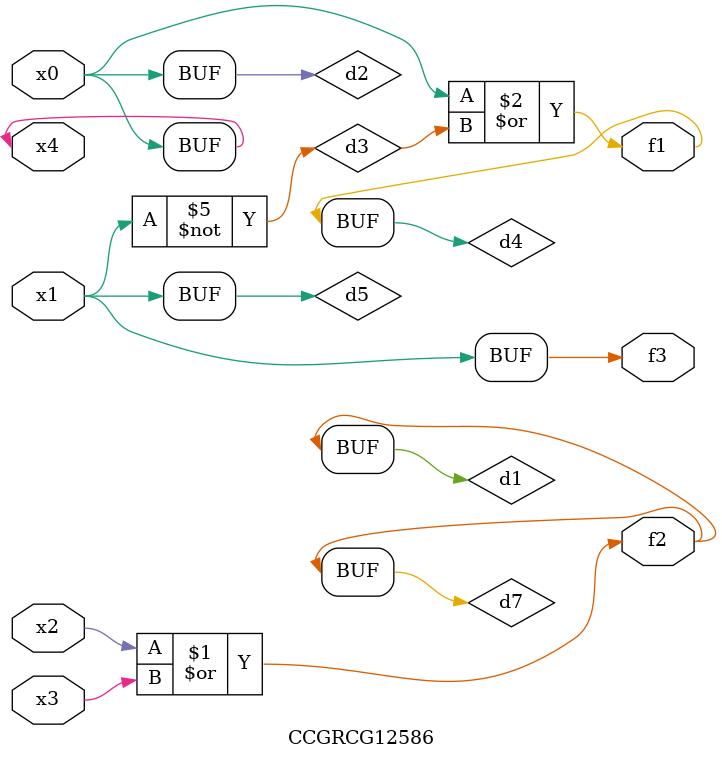
<source format=v>
module CCGRCG12586(
	input x0, x1, x2, x3, x4,
	output f1, f2, f3
);

	wire d1, d2, d3, d4, d5, d6, d7;

	or (d1, x2, x3);
	buf (d2, x0, x4);
	not (d3, x1);
	or (d4, d2, d3);
	not (d5, d3);
	nand (d6, d1, d3);
	or (d7, d1);
	assign f1 = d4;
	assign f2 = d7;
	assign f3 = d5;
endmodule

</source>
